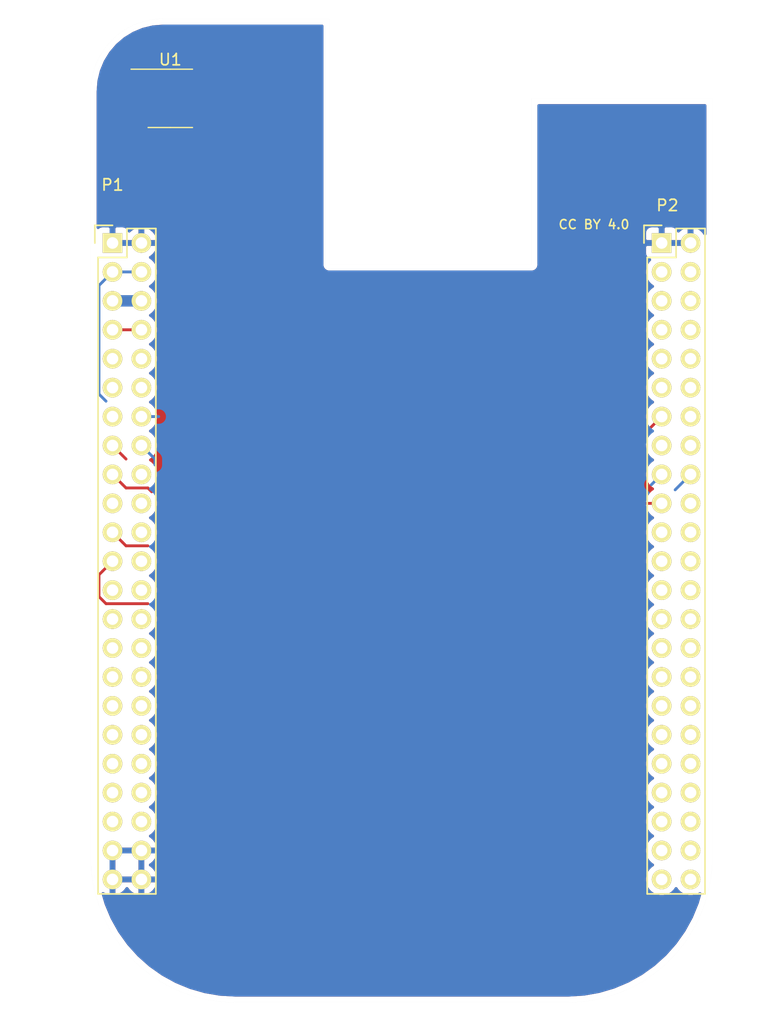
<source format=kicad_pcb>
(kicad_pcb (version 20211014) (generator pcbnew)
  (title_block (title "Doorlockd - BBB PCB") (date "2019-06-11") (rev "v0.02.1") (comment 1 "author: Diederik Hamelink") (comment 2 "CC BY 4.0") (comment 4 "de WAR"))
  (layers (0 "F.Cu" signal) (31 "B.Cu" signal) (34 "B.Paste" user) (35 "F.Paste" user) (36 "B.SilkS" user "B.Silkscreen") (37 "F.SilkS" user "F.Silkscreen") (38 "B.Mask" user) (39 "F.Mask" user) (44 "Edge.Cuts" user))
  (net 0 "")
  (net 1 "+3V3")
  (net 2 "+5V")
  (net 3 "SYS_5V")
  (net 4 "Earth")
  (net 10 "unconnected-(P1-Pad14)")
  (net 11 "unconnected-(P1-Pad15)")
  (net 12 "unconnected-(P1-Pad16)")
  (net 13 "unconnected-(P1-Pad17)")
  (net 17 "unconnected-(P1-Pad21)")
  (net 19 "unconnected-(P1-Pad23)")
  (net 43 "unconnected-(P2-Pad9)")
  (net 47 "unconnected-(P2-Pad13)")
  (net 51 "unconnected-(P2-Pad17)")
  (net 52 "unconnected-(P2-Pad18)")
  (net 53 "unconnected-(P2-Pad19)")
  (net 57 "GNDA_ADC")
  (net 59 "VDD_ADC")
  (footprint "Socket_BeagleBone_Black:Socket_BeagleBone_Black" (layer "F.Cu") (at 164.6301 62.3824)
    (fp_text reference "P2" (at 0.508 -3.302) (layer "F.SilkS"))
    (fp_text value "BeagleBone_Black_Header")
    (fp_line (start 3.81 57.15) (end -1.27 57.15) (layer "F.SilkS") (width 0.15))
    (fp_line (start 1.27 -1.27) (end 1.27 1.27) (layer "F.SilkS") (width 0.15))
    (fp_line (start -1.27 57.15) (end -1.27 1.27) (layer "F.SilkS") (width 0.15))
    (fp_line (start 3.81 -1.27) (end 1.27 -1.27) (layer "F.SilkS") (width 0.15))
    (fp_line (start 3.81 57.15) (end 3.81 -1.27) (layer "F.SilkS") (width 0.15))
    (fp_line (start 0 -1.55) (end -1.55 -1.55) (layer "F.SilkS") (width 0.15))
    (fp_line (start 1.27 1.27) (end -1.27 1.27) (layer "F.SilkS") (width 0.15))
    (fp_line (start -1.55 -1.55) (end -1.55 0) (layer "F.SilkS") (width 0.15))
    (pad "1" thru_hole rect locked (at 0 0) (size 1.7272 1.7272) (drill 1.016) (layers *.Cu *.Mask "F.SilkS") (net 4 "Earth"))
    (pad "2" thru_hole oval locked (at 2.54 0) (size 1.7272 1.7272) (drill 1.016) (layers *.Cu *.Mask "F.SilkS") (net 4 "Earth"))
    (pad "3" thru_hole oval locked (at 0 2.54) (size 1.7272 1.7272) (drill 1.016) (layers *.Cu *.Mask "F.SilkS"))
    (pad "4" thru_hole oval locked (at 2.54 2.54) (size 1.7272 1.7272) (drill 1.016) (layers *.Cu *.Mask "F.SilkS"))
    (pad "5" thru_hole oval locked (at 0 5.08) (size 1.7272 1.7272) (drill 1.016) (layers *.Cu *.Mask "F.SilkS"))
    (pad "6" thru_hole oval locked (at 2.54 5.08) (size 1.7272 1.7272) (drill 1.016) (layers *.Cu *.Mask "F.SilkS"))
    (pad "7" thru_hole oval locked (at 0 7.62) (size 1.7272 1.7272) (drill 1.016) (layers *.Cu *.Mask "F.SilkS"))
    (pad "8" thru_hole oval locked (at 2.54 7.62) (size 1.7272 1.7272) (drill 1.016) (layers *.Cu *.Mask "F.SilkS"))
    (pad "9" thru_hole oval locked (at 0 10.16) (size 1.7272 1.7272) (drill 1.016) (layers *.Cu *.Mask "F.SilkS") (net 43 "unconnected-(P2-Pad9)"))
    (pad "10" thru_hole oval locked (at 2.54 10.16) (size 1.7272 1.7272) (drill 1.016) (layers *.Cu *.Mask "F.SilkS"))
    (pad "11" thru_hole oval locked (at 0 12.7) (size 1.7272 1.7272) (drill 1.016) (layers *.Cu *.Mask "F.SilkS"))
    (pad "12" thru_hole oval locked (at 2.54 12.7) (size 1.7272 1.7272) (drill 1.016) (layers *.Cu *.Mask "F.SilkS"))
    (pad "13" thru_hole oval locked (at 0 15.24) (size 1.7272 1.7272) (drill 1.016) (layers *.Cu *.Mask "F.SilkS") (net 47 "unconnected-(P2-Pad13)"))
    (pad "14" thru_hole oval locked (at 2.54 15.24) (size 1.7272 1.7272) (drill 1.016) (layers *.Cu *.Mask "F.SilkS"))
    (pad "15" thru_hole oval locked (at 0 17.78) (size 1.7272 1.7272) (drill 1.016) (layers *.Cu *.Mask "F.SilkS"))
    (pad "16" thru_hole oval locked (at 2.54 17.78) (size 1.7272 1.7272) (drill 1.016) (layers *.Cu *.Mask "F.SilkS"))
    (pad "17" thru_hole oval locked (at 0 20.32) (size 1.7272 1.7272) (drill 1.016) (layers *.Cu *.Mask "F.SilkS") (net 51 "unconnected-(P2-Pad17)"))
    (pad "18" thru_hole oval locked (at 2.54 20.32) (size 1.7272 1.7272) (drill 1.016) (layers *.Cu *.Mask "F.SilkS") (net 52 "unconnected-(P2-Pad18)"))
    (pad "19" thru_hole oval locked (at 0 22.86) (size 1.7272 1.7272) (drill 1.016) (layers *.Cu *.Mask "F.SilkS") (net 53 "unconnected-(P2-Pad19)"))
    (pad "20" thru_hole oval locked (at 2.54 22.86) (size 1.7272 1.7272) (drill 1.016) (layers *.Cu *.Mask "F.SilkS"))
    (pad "21" thru_hole oval locked (at 0 25.4) (size 1.7272 1.7272) (drill 1.016) (layers *.Cu *.Mask "F.SilkS"))
    (pad "22" thru_hole oval locked (at 2.54 25.4) (size 1.7272 1.7272) (drill 1.016) (layers *.Cu *.Mask "F.SilkS"))
    (pad "23" thru_hole oval locked (at 0 27.94) (size 1.7272 1.7272) (drill 1.016) (layers *.Cu *.Mask "F.SilkS"))
    (pad "24" thru_hole oval locked (at 2.54 27.94) (size 1.7272 1.7272) (drill 1.016) (layers *.Cu *.Mask "F.SilkS"))
    (pad "25" thru_hole oval locked (at 0 30.48) (size 1.7272 1.7272) (drill 1.016) (layers *.Cu *.Mask "F.SilkS"))
    (pad "26" thru_hole oval locked (at 2.54 30.48) (size 1.7272 1.7272) (drill 1.016) (layers *.Cu *.Mask "F.SilkS"))
    (pad "27" thru_hole oval locked (at 0 33.02) (size 1.7272 1.7272) (drill 1.016) (layers *.Cu *.Mask "F.SilkS"))
    (pad "28" thru_hole oval locked (at 2.54 33.02) (size 1.7272 1.7272) (drill 1.016) (layers *.Cu *.Mask "F.SilkS"))
    (pad "29" thru_hole oval locked (at 0 35.56) (size 1.7272 1.7272) (drill 1.016) (layers *.Cu *.Mask "F.SilkS"))
    (pad "30" thru_hole oval locked (at 2.54 35.56) (size 1.7272 1.7272) (drill 1.016) (layers *.Cu *.Mask "F.SilkS"))
    (pad "31" thru_hole oval locked (at 0 38.1) (size 1.7272 1.7272) (drill 1.016) (layers *.Cu *.Mask "F.SilkS"))
    (pad "32" thru_hole oval locked (at 2.54 38.1) (size 1.7272 1.7272) (drill 1.016) (layers *.Cu *.Mask "F.SilkS"))
    (pad "33" thru_hole oval locked (at 0 40.64) (size 1.7272 1.7272) (drill 1.016) (layers *.Cu *.Mask "F.SilkS"))
    (pad "34" thru_hole oval locked (at 2.54 40.64) (size 1.7272 1.7272) (drill 1.016) (layers *.Cu *.Mask "F.SilkS"))
    (pad "35" thru_hole oval locked (at 0 43.18) (size 1.7272 1.7272) (drill 1.016) (layers *.Cu *.Mask "F.SilkS"))
    (pad "36" thru_hole oval locked (at 2.54 43.18) (size 1.7272 1.7272) (drill 1.016) (layers *.Cu *.Mask "F.SilkS"))
    (pad "37" thru_hole oval locked (at 0 45.72) (size 1.7272 1.7272) (drill 1.016) (layers *.Cu *.Mask "F.SilkS"))
    (pad "38" thru_hole oval locked (at 2.54 45.72) (size 1.7272 1.7272) (drill 1.016) (layers *.Cu *.Mask "F.SilkS"))
    (pad "39" thru_hole oval locked (at 0 48.26) (size 1.7272 1.7272) (drill 1.016) (layers *.Cu *.Mask "F.SilkS"))
    (pad "40" thru_hole oval locked (at 2.54 48.26) (size 1.7272 1.7272) (drill 1.016) (layers *.Cu *.Mask "F.SilkS"))
    (pad "41" thru_hole oval locked (at 0 50.8) (size 1.7272 1.7272) (drill 1.016) (layers *.Cu *.Mask "F.SilkS"))
    (pad "42" thru_hole oval locked (at 2.54 50.8) (size 1.7272 1.7272) (drill 1.016) (layers *.Cu *.Mask "F.SilkS"))
    (pad "43" thru_hole oval locked (at 0 53.34) (size 1.7272 1.7272) (drill 1.016) (layers *.Cu *.Mask "F.SilkS"))
    (pad "44" thru_hole oval locked (at 2.54 53.34) (size 1.7272 1.7272) (drill 1.016) (layers *.Cu *.Mask "F.SilkS"))
    (pad "45" thru_hole oval locked (at 0 55.88) (size 1.7272 1.7272) (drill 1.016) (layers *.Cu *.Mask "F.SilkS"))
    (pad "46" thru_hole oval locked (at 2.54 55.88) (size 1.7272 1.7272) (drill 1.016) (layers *.Cu *.Mask "F.SilkS"))
  )
  (footprint "Socket_BeagleBone_Black:Socket_BeagleBone_Black" (layer "F.Cu") (at 116.3701 62.3824)
    (fp_text reference "P1" (at 0 -5.1) (layer "F.SilkS"))
    (fp_text value "BeagleBone_Black_Header")
    (fp_line (start -1.27 57.15) (end -1.27 1.27) (layer "F.SilkS") (width 0.15))
    (fp_line (start 0 -1.55) (end -1.55 -1.55) (layer "F.SilkS") (width 0.15))
    (fp_line (start 1.27 -1.27) (end 1.27 1.27) (layer "F.SilkS") (width 0.15))
    (fp_line (start 3.81 57.15) (end -1.27 57.15) (layer "F.SilkS") (width 0.15))
    (fp_line (start 3.81 -1.27) (end 1.27 -1.27) (layer "F.SilkS") (width 0.15))
    (fp_line (start -1.55 -1.55) (end -1.55 0) (layer "F.SilkS") (width 0.15))
    (fp_line (start 1.27 1.27) (end -1.27 1.27) (layer "F.SilkS") (width 0.15))
    (fp_line (start 3.81 57.15) (end 3.81 -1.27) (layer "F.SilkS") (width 0.15))
    (pad "1" thru_hole rect locked (at 0 0) (size 1.7272 1.7272) (drill 1.016) (layers *.Cu *.Mask "F.SilkS") (net 4 "Earth"))
    (pad "2" thru_hole oval locked (at 2.54 0) (size 1.7272 1.7272) (drill 1.016) (layers *.Cu *.Mask "F.SilkS") (net 4 "Earth"))
    (pad "3" thru_hole oval locked (at 0 2.54) (size 1.7272 1.7272) (drill 1.016) (layers *.Cu *.Mask "F.SilkS") (net 1 "+3V3"))
    (pad "4" thru_hole oval locked (at 2.54 2.54) (size 1.7272 1.7272) (drill 1.016) (layers *.Cu *.Mask "F.SilkS") (net 1 "+3V3"))
    (pad "5" thru_hole oval locked (at 0 5.08) (size 1.7272 1.7272) (drill 1.016) (layers *.Cu *.Mask "F.SilkS") (net 2 "+5V"))
    (pad "6" thru_hole oval locked (at 2.54 5.08) (size 1.7272 1.7272) (drill 1.016) (layers *.Cu *.Mask "F.SilkS") (net 2 "+5V"))
    (pad "7" thru_hole oval locked (at 0 7.62) (size 1.7272 1.7272) (drill 1.016) (layers *.Cu *.Mask "F.SilkS") (net 3 "SYS_5V"))
    (pad "8" thru_hole oval locked (at 2.54 7.62) (size 1.7272 1.7272) (drill 1.016) (layers *.Cu *.Mask "F.SilkS") (net 3 "SYS_5V"))
    (pad "9" thru_hole oval locked (at 0 10.16) (size 1.7272 1.7272) (drill 1.016) (layers *.Cu *.Mask "F.SilkS"))
    (pad "10" thru_hole oval locked (at 2.54 10.16) (size 1.7272 1.7272) (drill 1.016) (layers *.Cu *.Mask "F.SilkS"))
    (pad "11" thru_hole oval locked (at 0 12.7) (size 1.7272 1.7272) (drill 1.016) (layers *.Cu *.Mask "F.SilkS"))
    (pad "12" thru_hole oval locked (at 2.54 12.7) (size 1.7272 1.7272) (drill 1.016) (layers *.Cu *.Mask "F.SilkS"))
    (pad "13" thru_hole oval locked (at 0 15.24) (size 1.7272 1.7272) (drill 1.016) (layers *.Cu *.Mask "F.SilkS"))
    (pad "14" thru_hole oval locked (at 2.54 15.24) (size 1.7272 1.7272) (drill 1.016) (layers *.Cu *.Mask "F.SilkS") (net 10 "unconnected-(P1-Pad14)"))
    (pad "15" thru_hole oval locked (at 0 17.78) (size 1.7272 1.7272) (drill 1.016) (layers *.Cu *.Mask "F.SilkS") (net 11 "unconnected-(P1-Pad15)"))
    (pad "16" thru_hole oval locked (at 2.54 17.78) (size 1.7272 1.7272) (drill 1.016) (layers *.Cu *.Mask "F.SilkS") (net 12 "unconnected-(P1-Pad16)"))
    (pad "17" thru_hole oval locked (at 0 20.32) (size 1.7272 1.7272) (drill 1.016) (layers *.Cu *.Mask "F.SilkS") (net 13 "unconnected-(P1-Pad17)"))
    (pad "18" thru_hole oval locked (at 2.54 20.32) (size 1.7272 1.7272) (drill 1.016) (layers *.Cu *.Mask "F.SilkS"))
    (pad "19" thru_hole oval locked (at 0 22.86) (size 1.7272 1.7272) (drill 1.016) (layers *.Cu *.Mask "F.SilkS"))
    (pad "20" thru_hole oval locked (at 2.54 22.86) (size 1.7272 1.7272) (drill 1.016) (layers *.Cu *.Mask "F.SilkS"))
    (pad "21" thru_hole oval locked (at 0 25.4) (size 1.7272 1.7272) (drill 1.016) (layers *.Cu *.Mask "F.SilkS") (net 17 "unconnected-(P1-Pad21)"))
    (pad "22" thru_hole oval locked (at 2.54 25.4) (size 1.7272 1.7272) (drill 1.016) (layers *.Cu *.Mask "F.SilkS"))
    (pad "23" thru_hole oval locked (at 0 27.94) (size 1.7272 1.7272) (drill 1.016) (layers *.Cu *.Mask "F.SilkS") (net 19 "unconnected-(P1-Pad23)"))
    (pad "24" thru_hole oval locked (at 2.54 27.94) (size 1.7272 1.7272) (drill 1.016) (layers *.Cu *.Mask "F.SilkS"))
    (pad "25" thru_hole oval locked (at 0 30.48) (size 1.7272 1.7272) (drill 1.016) (layers *.Cu *.Mask "F.SilkS"))
    (pad "26" thru_hole oval locked (at 2.54 30.48) (size 1.7272 1.7272) (drill 1.016) (layers *.Cu *.Mask "F.SilkS"))
    (pad "27" thru_hole oval locked (at 0 33.02) (size 1.7272 1.7272) (drill 1.016) (layers *.Cu *.Mask "F.SilkS"))
    (pad "28" thru_hole oval locked (at 2.54 33.02) (size 1.7272 1.7272) (drill 1.016) (layers *.Cu *.Mask "F.SilkS"))
    (pad "29" thru_hole oval locked (at 0 35.56) (size 1.7272 1.7272) (drill 1.016) (layers *.Cu *.Mask "F.SilkS"))
    (pad "30" thru_hole oval locked (at 2.54 35.56) (size 1.7272 1.7272) (drill 1.016) (layers *.Cu *.Mask "F.SilkS"))
    (pad "31" thru_hole oval locked (at 0 38.1) (size 1.7272 1.7272) (drill 1.016) (layers *.Cu *.Mask "F.SilkS"))
    (pad "32" thru_hole oval locked (at 2.54 38.1) (size 1.7272 1.7272) (drill 1.016) (layers *.Cu *.Mask "F.SilkS") (net 59 "VDD_ADC"))
    (pad "33" thru_hole oval locked (at 0 40.64) (size 1.7272 1.7272) (drill 1.016) (layers *.Cu *.Mask "F.SilkS"))
    (pad "34" thru_hole oval locked (at 2.54 40.64) (size 1.7272 1.7272) (drill 1.016) (layers *.Cu *.Mask "F.SilkS") (net 57 "GNDA_ADC"))
    (pad "35" thru_hole oval locked (at 0 43.18) (size 1.7272 1.7272) (drill 1.016) (layers *.Cu *.Mask "F.SilkS"))
    (pad "36" thru_hole oval locked (at 2.54 43.18) (size 1.7272 1.7272) (drill 1.016) (layers *.Cu *.Mask "F.SilkS"))
    (pad "37" thru_hole oval locked (at 0 45.72) (size 1.7272 1.7272) (drill 1.016) (layers *.Cu *.Mask "F.SilkS"))
    (pad "38" thru_hole oval locked (at 2.54 45.72) (size 1.7272 1.7272) (drill 1.016) (layers *.Cu *.Mask "F.SilkS"))
    (pad "39" thru_hole oval locked (at 0 48.26) (size 1.7272 1.7272) (drill 1.016) (layers *.Cu *.Mask "F.SilkS"))
    (pad "40" thru_hole oval locked (at 2.54 48.26) (size 1.7272 1.7272) (drill 1.016) (layers *.Cu *.Mask "F.SilkS"))
    (pad "41" thru_hole oval locked (at 0 50.8) (size 1.7272 1.7272) (drill 1.016) (layers *.Cu *.Mask "F.SilkS"))
    (pad "42" thru_hole oval locked (at 2.54 50.8) (size 1.7272 1.7272) (drill 1.016) (layers *.Cu *.Mask "F.SilkS"))
    (pad "43" thru_hole oval locked (at 0 53.34) (size 1.7272 1.7272) (drill 1.016) (layers *.Cu *.Mask "F.SilkS") (net 4 "Earth"))
    (pad "44" thru_hole oval locked (at 2.54 53.34) (size 1.7272 1.7272) (drill 1.016) (layers *.Cu *.Mask "F.SilkS") (net 4 "Earth"))
    (pad "45" thru_hole oval locked (at 0 55.88) (size 1.7272 1.7272) (drill 1.016) (layers *.Cu *.Mask "F.SilkS") (net 4 "Earth"))
    (pad "46" thru_hole oval locked (at 2.54 55.88) (size 1.7272 1.7272) (drill 1.016) (layers *.Cu *.Mask "F.SilkS") (net 4 "Earth"))
  )
  (footprint "Package_SO:HTSOP-8-1EP_3.9x4.9mm_P1.27mm_EP2.4x3.2mm" (layer "F.Cu") (at 121.4501 49.6824)
    (fp_text reference "U1" (at 0 -3.4) (layer "F.SilkS"))
    (fp_text value "CAT24C32YI-GT3")
    (fp_line (start 0 -2.56) (end -3.45 -2.56) (layer "F.SilkS") (width 0.12))
    (fp_line (start 0 2.56) (end -1.95 2.56) (layer "F.SilkS") (width 0.12))
    (fp_line (start 0 2.56) (end 1.95 2.56) (layer "F.SilkS") (width 0.12))
    (fp_line (start 0 -2.56) (end 1.95 -2.56) (layer "F.SilkS") (width 0.12))
    (pad "1" smd roundrect (at -2.65 -1.905) (size 1.6 0.6) (layers "F.Cu" "F.Paste" "F.Mask"))
    (pad "2" smd roundrect (at -2.65 -0.635) (size 1.6 0.6) (layers "F.Cu" "F.Paste" "F.Mask"))
    (pad "3" smd roundrect (at -2.65 0.635) (size 1.6 0.6) (layers "F.Cu" "F.Paste" "F.Mask"))
    (pad "4" smd roundrect (at -2.65 1.905) (size 1.6 0.6) (layers "F.Cu" "F.Paste" "F.Mask"))
    (pad "5" smd roundrect (at 2.65 1.905) (size 1.6 0.6) (layers "F.Cu" "F.Paste" "F.Mask"))
    (pad "6" smd roundrect (at 2.65 0.635) (size 1.6 0.6) (layers "F.Cu" "F.Paste" "F.Mask"))
    (pad "7" smd roundrect (at 2.65 -0.635) (size 1.6 0.6) (layers "F.Cu" "F.Paste" "F.Mask"))
    (pad "8" smd roundrect (at 2.65 -1.905) (size 1.6 0.6) (layers "F.Cu" "F.Paste" "F.Mask"))
    (pad "9" smd rect (at 0 0) (size 2.4 3.2) (layers "F.Cu" "F.Mask"))
  )
  (gr_line (start 114.4651 49.0474) (end 114.4651 116.3574) (layer "Edge.Cuts") (width 0.00254))
  (gr_line (start 153.2001 49.6824) (end 153.2001 64.2874) (layer "Edge.Cuts") (width 0.00254))
  (gr_line (start 127.1651 129.0574) (end 156.3751 129.0574) (layer "Edge.Cuts") (width 0.00254))
  (gr_arc (start 169.0751 116.3574) (mid 165.355356 125.337656) (end 156.3751 129.0574) (layer "Edge.Cuts") (width 0.00254))
  (gr_line (start 169.0751 49.6824) (end 153.2001 49.6824) (layer "Edge.Cuts") (width 0.00254))
  (gr_line (start 153.2001 64.2874) (end 135.4201 64.2874) (layer "Edge.Cuts") (width 0.00254))
  (gr_line (start 135.4201 64.2874) (end 135.4201 42.6974) (layer "Edge.Cuts") (width 0.00254))
  (gr_arc (start 127.1651 129.0574) (mid 118.184844 125.337656) (end 114.4651 116.3574) (layer "Edge.Cuts") (width 0.00254))
  (gr_line (start 169.0751 116.3574) (end 169.0751 49.6824) (layer "Edge.Cuts") (width 0.00254))
  (gr_arc (start 114.4651 49.0474) (mid 116.324972 44.557272) (end 120.8151 42.6974) (layer "Edge.Cuts") (width 0.00254))
  (gr_line (start 135.4201 42.6974) (end 120.8151 42.6974) (layer "Edge.Cuts") (width 0.00254))
  (gr_text "\n\n\nCC BY 4.0" (at 155.4861 58.8264) (layer "F.SilkS") (effects (font (size 0.8 0.8) (thickness 0.14)) (justify left)))
  (segment (start 115.506501 65.785999) (end 116.3701 64.9224) (width 0.25) (layer "B.Cu") (net 1))
  (segment (start 115.799571 76.271001) (end 115.181499 75.652929) (width 0.25) (layer "B.Cu") (net 1))
  (segment (start 115.181499 75.652929) (end 115.181499 66.111001) (width 0.25) (layer "B.Cu") (net 1))
  (segment (start 115.181499 66.111001) (end 115.506501 65.785999) (width 0.25) (layer "B.Cu") (net 1))
  (segment (start 118.9101 64.9224) (end 116.3701 64.9224) (width 0.25) (layer "B.Cu") (net 1))
  (segment (start 116.3701 67.4624) (end 118.9101 67.4624) (width 1) (layer "B.Cu") (net 2))
  (segment (start 116.3701 70.0024) (end 118.9101 70.0024) (width 0.25) (layer "F.Cu") (net 3))
  (segment (start 118.9101 77.6224) (end 120.4341 77.6224) (width 0.25) (layer "B.Cu") (net 10))
  (segment (start 117.233699 81.025999) (end 116.3701 80.1624) (width 0.25) (layer "F.Cu") (net 11))
  (segment (start 117.558701 81.351001) (end 117.233699 81.025999) (width 0.25) (layer "F.Cu") (net 11))
  (segment (start 118.9101 80.1624) (end 120.098701 81.351001) (width 0.25) (layer "B.Cu") (net 12))
  (segment (start 120.098701 81.351001) (end 120.098701 81.858003) (width 0.25) (layer "B.Cu") (net 12))
  (segment (start 117.558701 83.891001) (end 117.233699 83.565999) (width 0.25) (layer "F.Cu") (net 13))
  (segment (start 117.233699 83.565999) (end 116.3701 82.7024) (width 0.25) (layer "F.Cu") (net 13))
  (segment (start 119.480629 83.891001) (end 117.558701 83.891001) (width 0.25) (layer "F.Cu") (net 13))
  (segment (start 119.816028 84.2264) (end 119.480629 83.891001) (width 0.25) (layer "F.Cu") (net 13))
  (segment (start 119.480629 88.971001) (end 117.558701 88.971001) (width 0.25) (layer "F.Cu") (net 17))
  (segment (start 117.558701 88.971001) (end 117.233699 88.645999) (width 0.25) (layer "F.Cu") (net 17))
  (segment (start 117.233699 88.645999) (end 116.3701 87.7824) (width 0.25) (layer "F.Cu") (net 17))
  (segment (start 115.181499 93.432929) (end 115.181499 91.511001) (width 0.25) (layer "F.Cu") (net 19))
  (segment (start 119.480629 94.051001) (end 115.799571 94.051001) (width 0.25) (layer "F.Cu") (net 19))
  (segment (start 115.799571 94.051001) (end 115.181499 93.432929) (width 0.25) (layer "F.Cu") (net 19))
  (segment (start 115.181499 91.511001) (end 115.506501 91.185999) (width 0.25) (layer "F.Cu") (net 19))
  (segment (start 115.506501 91.185999) (end 116.3701 90.3224) (width 0.25) (layer "F.Cu") (net 19))
  (segment (start 164.3761 72.2884) (end 164.6301 72.5424) (width 0.25) (layer "F.Cu") (net 43))
  (segment (start 164.6301 77.6224) (end 162.643099 79.609401) (width 0.25) (layer "F.Cu") (net 47))
  (segment (start 164.6301 82.7024) (end 163.728711 83.603789) (width 0.25) (layer "B.Cu") (net 51))
  (segment (start 166.306501 83.565999) (end 167.1701 82.7024) (width 0.25) (layer "B.Cu") (net 52))
  (segment (start 165.818701 84.053799) (end 166.306501 83.565999) (width 0.25) (layer "B.Cu") (net 52))
  (segment (start 164.6301 85.2424) (end 162.8521 85.2424) (width 0.25) (layer "F.Cu") (net 53))
  (zone (net 4) (net_name "Earth") (layer "F.Cu") (connect_pads (clearance 0.508)) (min_thickness 0.254) (fill yes (thermal_gap 0.508) (thermal_bridge_width 0.508))
    (polygon (pts (xy 113.5761 130.4544) (xy 169.7101 130.9624) (xy 169.7101 41.5544) (xy 113.5761 41.0464)))
  )
  (zone (net 4) (net_name "Earth") (layer "B.Cu") (connect_pads (clearance 0.508)) (min_thickness 0.254) (fill yes (thermal_gap 0.508) (thermal_bridge_width 0.508))
    (polygon (pts (xy 114.0841 129.1844) (xy 114.0841 42.8244) (xy 116.3701 42.3164) (xy 169.7101 42.8244) (xy 169.4561 129.6924)))
  )
)
</source>
